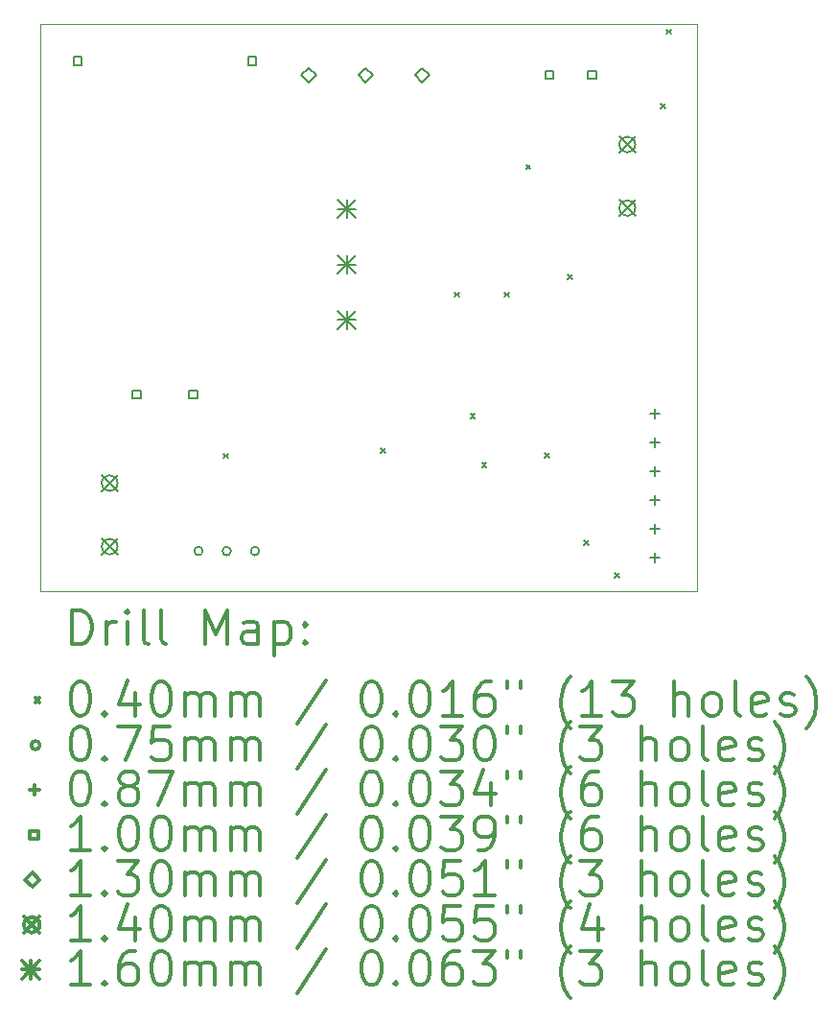
<source format=gbr>
%FSLAX45Y45*%
G04 Gerber Fmt 4.5, Leading zero omitted, Abs format (unit mm)*
G04 Created by KiCad (PCBNEW (5.1.5)-3) date 2020-09-11 10:44:50*
%MOMM*%
%LPD*%
G04 APERTURE LIST*
%TA.AperFunction,Profile*%
%ADD10C,0.050000*%
%TD*%
%ADD11C,0.200000*%
%ADD12C,0.300000*%
G04 APERTURE END LIST*
D10*
X1300000Y-1300000D02*
X1300000Y-6300000D01*
X7100000Y-1300000D02*
X7100000Y-6300000D01*
X1300000Y-6300000D02*
X7100000Y-6300000D01*
X1300000Y-1300000D02*
X7100000Y-1300000D01*
D11*
X2917510Y-5086670D02*
X2957510Y-5126670D01*
X2957510Y-5086670D02*
X2917510Y-5126670D01*
X4309430Y-5037140D02*
X4349430Y-5077140D01*
X4349430Y-5037140D02*
X4309430Y-5077140D01*
X4961448Y-3664524D02*
X5001448Y-3704524D01*
X5001448Y-3664524D02*
X4961448Y-3704524D01*
X5100640Y-4736150D02*
X5140640Y-4776150D01*
X5140640Y-4736150D02*
X5100640Y-4776150D01*
X5200970Y-5167950D02*
X5240970Y-5207950D01*
X5240970Y-5167950D02*
X5200970Y-5207950D01*
X5397820Y-3664524D02*
X5437820Y-3704524D01*
X5437820Y-3664524D02*
X5397820Y-3704524D01*
X5590352Y-2537272D02*
X5630352Y-2577272D01*
X5630352Y-2537272D02*
X5590352Y-2577272D01*
X5755960Y-5081590D02*
X5795960Y-5121590D01*
X5795960Y-5081590D02*
X5755960Y-5121590D01*
X5959160Y-3509076D02*
X5999160Y-3549076D01*
X5999160Y-3509076D02*
X5959160Y-3549076D01*
X6102670Y-5855020D02*
X6142670Y-5895020D01*
X6142670Y-5855020D02*
X6102670Y-5895020D01*
X6375720Y-6139500D02*
X6415720Y-6179500D01*
X6415720Y-6139500D02*
X6375720Y-6179500D01*
X6781104Y-1997776D02*
X6821104Y-2037776D01*
X6821104Y-1997776D02*
X6781104Y-2037776D01*
X6830380Y-1344488D02*
X6870380Y-1384488D01*
X6870380Y-1344488D02*
X6830380Y-1384488D01*
X2736430Y-5946320D02*
G75*
G03X2736430Y-5946320I-37500J0D01*
G01*
X2985430Y-5946320D02*
G75*
G03X2985430Y-5946320I-37500J0D01*
G01*
X3234430Y-5946320D02*
G75*
G03X3234430Y-5946320I-37500J0D01*
G01*
X6729730Y-4689790D02*
X6729730Y-4776790D01*
X6686230Y-4733290D02*
X6773230Y-4733290D01*
X6729730Y-4943790D02*
X6729730Y-5030790D01*
X6686230Y-4987290D02*
X6773230Y-4987290D01*
X6729730Y-5197790D02*
X6729730Y-5284790D01*
X6686230Y-5241290D02*
X6773230Y-5241290D01*
X6729730Y-5451790D02*
X6729730Y-5538790D01*
X6686230Y-5495290D02*
X6773230Y-5495290D01*
X6729730Y-5705790D02*
X6729730Y-5792790D01*
X6686230Y-5749290D02*
X6773230Y-5749290D01*
X6729730Y-5959790D02*
X6729730Y-6046790D01*
X6686230Y-6003290D02*
X6773230Y-6003290D01*
X1666736Y-1657196D02*
X1666736Y-1586484D01*
X1596024Y-1586484D01*
X1596024Y-1657196D01*
X1666736Y-1657196D01*
X2186736Y-4597196D02*
X2186736Y-4526484D01*
X2116024Y-4526484D01*
X2116024Y-4597196D01*
X2186736Y-4597196D01*
X2686736Y-4597196D02*
X2686736Y-4526484D01*
X2616024Y-4526484D01*
X2616024Y-4597196D01*
X2686736Y-4597196D01*
X3206736Y-1657196D02*
X3206736Y-1586484D01*
X3136024Y-1586484D01*
X3136024Y-1657196D01*
X3206736Y-1657196D01*
X5834176Y-1782876D02*
X5834176Y-1712164D01*
X5763464Y-1712164D01*
X5763464Y-1782876D01*
X5834176Y-1782876D01*
X6209176Y-1782876D02*
X6209176Y-1712164D01*
X6138464Y-1712164D01*
X6138464Y-1782876D01*
X6209176Y-1782876D01*
X3673820Y-1812520D02*
X3738820Y-1747520D01*
X3673820Y-1682520D01*
X3608820Y-1747520D01*
X3673820Y-1812520D01*
X4173820Y-1812520D02*
X4238820Y-1747520D01*
X4173820Y-1682520D01*
X4108820Y-1747520D01*
X4173820Y-1812520D01*
X4673820Y-1812520D02*
X4738820Y-1747520D01*
X4673820Y-1682520D01*
X4608820Y-1747520D01*
X4673820Y-1812520D01*
X1844780Y-5276960D02*
X1984780Y-5416960D01*
X1984780Y-5276960D02*
X1844780Y-5416960D01*
X1984780Y-5346960D02*
G75*
G03X1984780Y-5346960I-70000J0D01*
G01*
X1844780Y-5836960D02*
X1984780Y-5976960D01*
X1984780Y-5836960D02*
X1844780Y-5976960D01*
X1984780Y-5906960D02*
G75*
G03X1984780Y-5906960I-70000J0D01*
G01*
X6416272Y-2289920D02*
X6556272Y-2429920D01*
X6556272Y-2289920D02*
X6416272Y-2429920D01*
X6556272Y-2359920D02*
G75*
G03X6556272Y-2359920I-70000J0D01*
G01*
X6416272Y-2849920D02*
X6556272Y-2989920D01*
X6556272Y-2849920D02*
X6416272Y-2989920D01*
X6556272Y-2919920D02*
G75*
G03X6556272Y-2919920I-70000J0D01*
G01*
X3927720Y-2848270D02*
X4087720Y-3008270D01*
X4087720Y-2848270D02*
X3927720Y-3008270D01*
X4007720Y-2848270D02*
X4007720Y-3008270D01*
X3927720Y-2928270D02*
X4087720Y-2928270D01*
X3927720Y-3338270D02*
X4087720Y-3498270D01*
X4087720Y-3338270D02*
X3927720Y-3498270D01*
X4007720Y-3338270D02*
X4007720Y-3498270D01*
X3927720Y-3418270D02*
X4087720Y-3418270D01*
X3927720Y-3828270D02*
X4087720Y-3988270D01*
X4087720Y-3828270D02*
X3927720Y-3988270D01*
X4007720Y-3828270D02*
X4007720Y-3988270D01*
X3927720Y-3908270D02*
X4087720Y-3908270D01*
D12*
X1583928Y-6768214D02*
X1583928Y-6468214D01*
X1655357Y-6468214D01*
X1698214Y-6482500D01*
X1726786Y-6511071D01*
X1741071Y-6539643D01*
X1755357Y-6596786D01*
X1755357Y-6639643D01*
X1741071Y-6696786D01*
X1726786Y-6725357D01*
X1698214Y-6753929D01*
X1655357Y-6768214D01*
X1583928Y-6768214D01*
X1883928Y-6768214D02*
X1883928Y-6568214D01*
X1883928Y-6625357D02*
X1898214Y-6596786D01*
X1912500Y-6582500D01*
X1941071Y-6568214D01*
X1969643Y-6568214D01*
X2069643Y-6768214D02*
X2069643Y-6568214D01*
X2069643Y-6468214D02*
X2055357Y-6482500D01*
X2069643Y-6496786D01*
X2083928Y-6482500D01*
X2069643Y-6468214D01*
X2069643Y-6496786D01*
X2255357Y-6768214D02*
X2226786Y-6753929D01*
X2212500Y-6725357D01*
X2212500Y-6468214D01*
X2412500Y-6768214D02*
X2383928Y-6753929D01*
X2369643Y-6725357D01*
X2369643Y-6468214D01*
X2755357Y-6768214D02*
X2755357Y-6468214D01*
X2855357Y-6682500D01*
X2955357Y-6468214D01*
X2955357Y-6768214D01*
X3226786Y-6768214D02*
X3226786Y-6611071D01*
X3212500Y-6582500D01*
X3183928Y-6568214D01*
X3126786Y-6568214D01*
X3098214Y-6582500D01*
X3226786Y-6753929D02*
X3198214Y-6768214D01*
X3126786Y-6768214D01*
X3098214Y-6753929D01*
X3083928Y-6725357D01*
X3083928Y-6696786D01*
X3098214Y-6668214D01*
X3126786Y-6653929D01*
X3198214Y-6653929D01*
X3226786Y-6639643D01*
X3369643Y-6568214D02*
X3369643Y-6868214D01*
X3369643Y-6582500D02*
X3398214Y-6568214D01*
X3455357Y-6568214D01*
X3483928Y-6582500D01*
X3498214Y-6596786D01*
X3512500Y-6625357D01*
X3512500Y-6711071D01*
X3498214Y-6739643D01*
X3483928Y-6753929D01*
X3455357Y-6768214D01*
X3398214Y-6768214D01*
X3369643Y-6753929D01*
X3641071Y-6739643D02*
X3655357Y-6753929D01*
X3641071Y-6768214D01*
X3626786Y-6753929D01*
X3641071Y-6739643D01*
X3641071Y-6768214D01*
X3641071Y-6582500D02*
X3655357Y-6596786D01*
X3641071Y-6611071D01*
X3626786Y-6596786D01*
X3641071Y-6582500D01*
X3641071Y-6611071D01*
X1257500Y-7242500D02*
X1297500Y-7282500D01*
X1297500Y-7242500D02*
X1257500Y-7282500D01*
X1641071Y-7098214D02*
X1669643Y-7098214D01*
X1698214Y-7112500D01*
X1712500Y-7126786D01*
X1726786Y-7155357D01*
X1741071Y-7212500D01*
X1741071Y-7283929D01*
X1726786Y-7341071D01*
X1712500Y-7369643D01*
X1698214Y-7383929D01*
X1669643Y-7398214D01*
X1641071Y-7398214D01*
X1612500Y-7383929D01*
X1598214Y-7369643D01*
X1583928Y-7341071D01*
X1569643Y-7283929D01*
X1569643Y-7212500D01*
X1583928Y-7155357D01*
X1598214Y-7126786D01*
X1612500Y-7112500D01*
X1641071Y-7098214D01*
X1869643Y-7369643D02*
X1883928Y-7383929D01*
X1869643Y-7398214D01*
X1855357Y-7383929D01*
X1869643Y-7369643D01*
X1869643Y-7398214D01*
X2141071Y-7198214D02*
X2141071Y-7398214D01*
X2069643Y-7083929D02*
X1998214Y-7298214D01*
X2183928Y-7298214D01*
X2355357Y-7098214D02*
X2383928Y-7098214D01*
X2412500Y-7112500D01*
X2426786Y-7126786D01*
X2441071Y-7155357D01*
X2455357Y-7212500D01*
X2455357Y-7283929D01*
X2441071Y-7341071D01*
X2426786Y-7369643D01*
X2412500Y-7383929D01*
X2383928Y-7398214D01*
X2355357Y-7398214D01*
X2326786Y-7383929D01*
X2312500Y-7369643D01*
X2298214Y-7341071D01*
X2283928Y-7283929D01*
X2283928Y-7212500D01*
X2298214Y-7155357D01*
X2312500Y-7126786D01*
X2326786Y-7112500D01*
X2355357Y-7098214D01*
X2583928Y-7398214D02*
X2583928Y-7198214D01*
X2583928Y-7226786D02*
X2598214Y-7212500D01*
X2626786Y-7198214D01*
X2669643Y-7198214D01*
X2698214Y-7212500D01*
X2712500Y-7241071D01*
X2712500Y-7398214D01*
X2712500Y-7241071D02*
X2726786Y-7212500D01*
X2755357Y-7198214D01*
X2798214Y-7198214D01*
X2826786Y-7212500D01*
X2841071Y-7241071D01*
X2841071Y-7398214D01*
X2983928Y-7398214D02*
X2983928Y-7198214D01*
X2983928Y-7226786D02*
X2998214Y-7212500D01*
X3026786Y-7198214D01*
X3069643Y-7198214D01*
X3098214Y-7212500D01*
X3112500Y-7241071D01*
X3112500Y-7398214D01*
X3112500Y-7241071D02*
X3126786Y-7212500D01*
X3155357Y-7198214D01*
X3198214Y-7198214D01*
X3226786Y-7212500D01*
X3241071Y-7241071D01*
X3241071Y-7398214D01*
X3826786Y-7083929D02*
X3569643Y-7469643D01*
X4212500Y-7098214D02*
X4241071Y-7098214D01*
X4269643Y-7112500D01*
X4283928Y-7126786D01*
X4298214Y-7155357D01*
X4312500Y-7212500D01*
X4312500Y-7283929D01*
X4298214Y-7341071D01*
X4283928Y-7369643D01*
X4269643Y-7383929D01*
X4241071Y-7398214D01*
X4212500Y-7398214D01*
X4183928Y-7383929D01*
X4169643Y-7369643D01*
X4155357Y-7341071D01*
X4141071Y-7283929D01*
X4141071Y-7212500D01*
X4155357Y-7155357D01*
X4169643Y-7126786D01*
X4183928Y-7112500D01*
X4212500Y-7098214D01*
X4441071Y-7369643D02*
X4455357Y-7383929D01*
X4441071Y-7398214D01*
X4426786Y-7383929D01*
X4441071Y-7369643D01*
X4441071Y-7398214D01*
X4641071Y-7098214D02*
X4669643Y-7098214D01*
X4698214Y-7112500D01*
X4712500Y-7126786D01*
X4726786Y-7155357D01*
X4741071Y-7212500D01*
X4741071Y-7283929D01*
X4726786Y-7341071D01*
X4712500Y-7369643D01*
X4698214Y-7383929D01*
X4669643Y-7398214D01*
X4641071Y-7398214D01*
X4612500Y-7383929D01*
X4598214Y-7369643D01*
X4583928Y-7341071D01*
X4569643Y-7283929D01*
X4569643Y-7212500D01*
X4583928Y-7155357D01*
X4598214Y-7126786D01*
X4612500Y-7112500D01*
X4641071Y-7098214D01*
X5026786Y-7398214D02*
X4855357Y-7398214D01*
X4941071Y-7398214D02*
X4941071Y-7098214D01*
X4912500Y-7141071D01*
X4883928Y-7169643D01*
X4855357Y-7183929D01*
X5283928Y-7098214D02*
X5226786Y-7098214D01*
X5198214Y-7112500D01*
X5183928Y-7126786D01*
X5155357Y-7169643D01*
X5141071Y-7226786D01*
X5141071Y-7341071D01*
X5155357Y-7369643D01*
X5169643Y-7383929D01*
X5198214Y-7398214D01*
X5255357Y-7398214D01*
X5283928Y-7383929D01*
X5298214Y-7369643D01*
X5312500Y-7341071D01*
X5312500Y-7269643D01*
X5298214Y-7241071D01*
X5283928Y-7226786D01*
X5255357Y-7212500D01*
X5198214Y-7212500D01*
X5169643Y-7226786D01*
X5155357Y-7241071D01*
X5141071Y-7269643D01*
X5426786Y-7098214D02*
X5426786Y-7155357D01*
X5541071Y-7098214D02*
X5541071Y-7155357D01*
X5983928Y-7512500D02*
X5969643Y-7498214D01*
X5941071Y-7455357D01*
X5926786Y-7426786D01*
X5912500Y-7383929D01*
X5898214Y-7312500D01*
X5898214Y-7255357D01*
X5912500Y-7183929D01*
X5926786Y-7141071D01*
X5941071Y-7112500D01*
X5969643Y-7069643D01*
X5983928Y-7055357D01*
X6255357Y-7398214D02*
X6083928Y-7398214D01*
X6169643Y-7398214D02*
X6169643Y-7098214D01*
X6141071Y-7141071D01*
X6112500Y-7169643D01*
X6083928Y-7183929D01*
X6355357Y-7098214D02*
X6541071Y-7098214D01*
X6441071Y-7212500D01*
X6483928Y-7212500D01*
X6512500Y-7226786D01*
X6526786Y-7241071D01*
X6541071Y-7269643D01*
X6541071Y-7341071D01*
X6526786Y-7369643D01*
X6512500Y-7383929D01*
X6483928Y-7398214D01*
X6398214Y-7398214D01*
X6369643Y-7383929D01*
X6355357Y-7369643D01*
X6898214Y-7398214D02*
X6898214Y-7098214D01*
X7026786Y-7398214D02*
X7026786Y-7241071D01*
X7012500Y-7212500D01*
X6983928Y-7198214D01*
X6941071Y-7198214D01*
X6912500Y-7212500D01*
X6898214Y-7226786D01*
X7212500Y-7398214D02*
X7183928Y-7383929D01*
X7169643Y-7369643D01*
X7155357Y-7341071D01*
X7155357Y-7255357D01*
X7169643Y-7226786D01*
X7183928Y-7212500D01*
X7212500Y-7198214D01*
X7255357Y-7198214D01*
X7283928Y-7212500D01*
X7298214Y-7226786D01*
X7312500Y-7255357D01*
X7312500Y-7341071D01*
X7298214Y-7369643D01*
X7283928Y-7383929D01*
X7255357Y-7398214D01*
X7212500Y-7398214D01*
X7483928Y-7398214D02*
X7455357Y-7383929D01*
X7441071Y-7355357D01*
X7441071Y-7098214D01*
X7712500Y-7383929D02*
X7683928Y-7398214D01*
X7626786Y-7398214D01*
X7598214Y-7383929D01*
X7583928Y-7355357D01*
X7583928Y-7241071D01*
X7598214Y-7212500D01*
X7626786Y-7198214D01*
X7683928Y-7198214D01*
X7712500Y-7212500D01*
X7726786Y-7241071D01*
X7726786Y-7269643D01*
X7583928Y-7298214D01*
X7841071Y-7383929D02*
X7869643Y-7398214D01*
X7926786Y-7398214D01*
X7955357Y-7383929D01*
X7969643Y-7355357D01*
X7969643Y-7341071D01*
X7955357Y-7312500D01*
X7926786Y-7298214D01*
X7883928Y-7298214D01*
X7855357Y-7283929D01*
X7841071Y-7255357D01*
X7841071Y-7241071D01*
X7855357Y-7212500D01*
X7883928Y-7198214D01*
X7926786Y-7198214D01*
X7955357Y-7212500D01*
X8069643Y-7512500D02*
X8083928Y-7498214D01*
X8112500Y-7455357D01*
X8126786Y-7426786D01*
X8141071Y-7383929D01*
X8155357Y-7312500D01*
X8155357Y-7255357D01*
X8141071Y-7183929D01*
X8126786Y-7141071D01*
X8112500Y-7112500D01*
X8083928Y-7069643D01*
X8069643Y-7055357D01*
X1297500Y-7658500D02*
G75*
G03X1297500Y-7658500I-37500J0D01*
G01*
X1641071Y-7494214D02*
X1669643Y-7494214D01*
X1698214Y-7508500D01*
X1712500Y-7522786D01*
X1726786Y-7551357D01*
X1741071Y-7608500D01*
X1741071Y-7679929D01*
X1726786Y-7737071D01*
X1712500Y-7765643D01*
X1698214Y-7779929D01*
X1669643Y-7794214D01*
X1641071Y-7794214D01*
X1612500Y-7779929D01*
X1598214Y-7765643D01*
X1583928Y-7737071D01*
X1569643Y-7679929D01*
X1569643Y-7608500D01*
X1583928Y-7551357D01*
X1598214Y-7522786D01*
X1612500Y-7508500D01*
X1641071Y-7494214D01*
X1869643Y-7765643D02*
X1883928Y-7779929D01*
X1869643Y-7794214D01*
X1855357Y-7779929D01*
X1869643Y-7765643D01*
X1869643Y-7794214D01*
X1983928Y-7494214D02*
X2183928Y-7494214D01*
X2055357Y-7794214D01*
X2441071Y-7494214D02*
X2298214Y-7494214D01*
X2283928Y-7637071D01*
X2298214Y-7622786D01*
X2326786Y-7608500D01*
X2398214Y-7608500D01*
X2426786Y-7622786D01*
X2441071Y-7637071D01*
X2455357Y-7665643D01*
X2455357Y-7737071D01*
X2441071Y-7765643D01*
X2426786Y-7779929D01*
X2398214Y-7794214D01*
X2326786Y-7794214D01*
X2298214Y-7779929D01*
X2283928Y-7765643D01*
X2583928Y-7794214D02*
X2583928Y-7594214D01*
X2583928Y-7622786D02*
X2598214Y-7608500D01*
X2626786Y-7594214D01*
X2669643Y-7594214D01*
X2698214Y-7608500D01*
X2712500Y-7637071D01*
X2712500Y-7794214D01*
X2712500Y-7637071D02*
X2726786Y-7608500D01*
X2755357Y-7594214D01*
X2798214Y-7594214D01*
X2826786Y-7608500D01*
X2841071Y-7637071D01*
X2841071Y-7794214D01*
X2983928Y-7794214D02*
X2983928Y-7594214D01*
X2983928Y-7622786D02*
X2998214Y-7608500D01*
X3026786Y-7594214D01*
X3069643Y-7594214D01*
X3098214Y-7608500D01*
X3112500Y-7637071D01*
X3112500Y-7794214D01*
X3112500Y-7637071D02*
X3126786Y-7608500D01*
X3155357Y-7594214D01*
X3198214Y-7594214D01*
X3226786Y-7608500D01*
X3241071Y-7637071D01*
X3241071Y-7794214D01*
X3826786Y-7479929D02*
X3569643Y-7865643D01*
X4212500Y-7494214D02*
X4241071Y-7494214D01*
X4269643Y-7508500D01*
X4283928Y-7522786D01*
X4298214Y-7551357D01*
X4312500Y-7608500D01*
X4312500Y-7679929D01*
X4298214Y-7737071D01*
X4283928Y-7765643D01*
X4269643Y-7779929D01*
X4241071Y-7794214D01*
X4212500Y-7794214D01*
X4183928Y-7779929D01*
X4169643Y-7765643D01*
X4155357Y-7737071D01*
X4141071Y-7679929D01*
X4141071Y-7608500D01*
X4155357Y-7551357D01*
X4169643Y-7522786D01*
X4183928Y-7508500D01*
X4212500Y-7494214D01*
X4441071Y-7765643D02*
X4455357Y-7779929D01*
X4441071Y-7794214D01*
X4426786Y-7779929D01*
X4441071Y-7765643D01*
X4441071Y-7794214D01*
X4641071Y-7494214D02*
X4669643Y-7494214D01*
X4698214Y-7508500D01*
X4712500Y-7522786D01*
X4726786Y-7551357D01*
X4741071Y-7608500D01*
X4741071Y-7679929D01*
X4726786Y-7737071D01*
X4712500Y-7765643D01*
X4698214Y-7779929D01*
X4669643Y-7794214D01*
X4641071Y-7794214D01*
X4612500Y-7779929D01*
X4598214Y-7765643D01*
X4583928Y-7737071D01*
X4569643Y-7679929D01*
X4569643Y-7608500D01*
X4583928Y-7551357D01*
X4598214Y-7522786D01*
X4612500Y-7508500D01*
X4641071Y-7494214D01*
X4841071Y-7494214D02*
X5026786Y-7494214D01*
X4926786Y-7608500D01*
X4969643Y-7608500D01*
X4998214Y-7622786D01*
X5012500Y-7637071D01*
X5026786Y-7665643D01*
X5026786Y-7737071D01*
X5012500Y-7765643D01*
X4998214Y-7779929D01*
X4969643Y-7794214D01*
X4883928Y-7794214D01*
X4855357Y-7779929D01*
X4841071Y-7765643D01*
X5212500Y-7494214D02*
X5241071Y-7494214D01*
X5269643Y-7508500D01*
X5283928Y-7522786D01*
X5298214Y-7551357D01*
X5312500Y-7608500D01*
X5312500Y-7679929D01*
X5298214Y-7737071D01*
X5283928Y-7765643D01*
X5269643Y-7779929D01*
X5241071Y-7794214D01*
X5212500Y-7794214D01*
X5183928Y-7779929D01*
X5169643Y-7765643D01*
X5155357Y-7737071D01*
X5141071Y-7679929D01*
X5141071Y-7608500D01*
X5155357Y-7551357D01*
X5169643Y-7522786D01*
X5183928Y-7508500D01*
X5212500Y-7494214D01*
X5426786Y-7494214D02*
X5426786Y-7551357D01*
X5541071Y-7494214D02*
X5541071Y-7551357D01*
X5983928Y-7908500D02*
X5969643Y-7894214D01*
X5941071Y-7851357D01*
X5926786Y-7822786D01*
X5912500Y-7779929D01*
X5898214Y-7708500D01*
X5898214Y-7651357D01*
X5912500Y-7579929D01*
X5926786Y-7537071D01*
X5941071Y-7508500D01*
X5969643Y-7465643D01*
X5983928Y-7451357D01*
X6069643Y-7494214D02*
X6255357Y-7494214D01*
X6155357Y-7608500D01*
X6198214Y-7608500D01*
X6226786Y-7622786D01*
X6241071Y-7637071D01*
X6255357Y-7665643D01*
X6255357Y-7737071D01*
X6241071Y-7765643D01*
X6226786Y-7779929D01*
X6198214Y-7794214D01*
X6112500Y-7794214D01*
X6083928Y-7779929D01*
X6069643Y-7765643D01*
X6612500Y-7794214D02*
X6612500Y-7494214D01*
X6741071Y-7794214D02*
X6741071Y-7637071D01*
X6726786Y-7608500D01*
X6698214Y-7594214D01*
X6655357Y-7594214D01*
X6626786Y-7608500D01*
X6612500Y-7622786D01*
X6926786Y-7794214D02*
X6898214Y-7779929D01*
X6883928Y-7765643D01*
X6869643Y-7737071D01*
X6869643Y-7651357D01*
X6883928Y-7622786D01*
X6898214Y-7608500D01*
X6926786Y-7594214D01*
X6969643Y-7594214D01*
X6998214Y-7608500D01*
X7012500Y-7622786D01*
X7026786Y-7651357D01*
X7026786Y-7737071D01*
X7012500Y-7765643D01*
X6998214Y-7779929D01*
X6969643Y-7794214D01*
X6926786Y-7794214D01*
X7198214Y-7794214D02*
X7169643Y-7779929D01*
X7155357Y-7751357D01*
X7155357Y-7494214D01*
X7426786Y-7779929D02*
X7398214Y-7794214D01*
X7341071Y-7794214D01*
X7312500Y-7779929D01*
X7298214Y-7751357D01*
X7298214Y-7637071D01*
X7312500Y-7608500D01*
X7341071Y-7594214D01*
X7398214Y-7594214D01*
X7426786Y-7608500D01*
X7441071Y-7637071D01*
X7441071Y-7665643D01*
X7298214Y-7694214D01*
X7555357Y-7779929D02*
X7583928Y-7794214D01*
X7641071Y-7794214D01*
X7669643Y-7779929D01*
X7683928Y-7751357D01*
X7683928Y-7737071D01*
X7669643Y-7708500D01*
X7641071Y-7694214D01*
X7598214Y-7694214D01*
X7569643Y-7679929D01*
X7555357Y-7651357D01*
X7555357Y-7637071D01*
X7569643Y-7608500D01*
X7598214Y-7594214D01*
X7641071Y-7594214D01*
X7669643Y-7608500D01*
X7783928Y-7908500D02*
X7798214Y-7894214D01*
X7826786Y-7851357D01*
X7841071Y-7822786D01*
X7855357Y-7779929D01*
X7869643Y-7708500D01*
X7869643Y-7651357D01*
X7855357Y-7579929D01*
X7841071Y-7537071D01*
X7826786Y-7508500D01*
X7798214Y-7465643D01*
X7783928Y-7451357D01*
X1254000Y-8011000D02*
X1254000Y-8098000D01*
X1210500Y-8054500D02*
X1297500Y-8054500D01*
X1641071Y-7890214D02*
X1669643Y-7890214D01*
X1698214Y-7904500D01*
X1712500Y-7918786D01*
X1726786Y-7947357D01*
X1741071Y-8004500D01*
X1741071Y-8075929D01*
X1726786Y-8133071D01*
X1712500Y-8161643D01*
X1698214Y-8175929D01*
X1669643Y-8190214D01*
X1641071Y-8190214D01*
X1612500Y-8175929D01*
X1598214Y-8161643D01*
X1583928Y-8133071D01*
X1569643Y-8075929D01*
X1569643Y-8004500D01*
X1583928Y-7947357D01*
X1598214Y-7918786D01*
X1612500Y-7904500D01*
X1641071Y-7890214D01*
X1869643Y-8161643D02*
X1883928Y-8175929D01*
X1869643Y-8190214D01*
X1855357Y-8175929D01*
X1869643Y-8161643D01*
X1869643Y-8190214D01*
X2055357Y-8018786D02*
X2026786Y-8004500D01*
X2012500Y-7990214D01*
X1998214Y-7961643D01*
X1998214Y-7947357D01*
X2012500Y-7918786D01*
X2026786Y-7904500D01*
X2055357Y-7890214D01*
X2112500Y-7890214D01*
X2141071Y-7904500D01*
X2155357Y-7918786D01*
X2169643Y-7947357D01*
X2169643Y-7961643D01*
X2155357Y-7990214D01*
X2141071Y-8004500D01*
X2112500Y-8018786D01*
X2055357Y-8018786D01*
X2026786Y-8033071D01*
X2012500Y-8047357D01*
X1998214Y-8075929D01*
X1998214Y-8133071D01*
X2012500Y-8161643D01*
X2026786Y-8175929D01*
X2055357Y-8190214D01*
X2112500Y-8190214D01*
X2141071Y-8175929D01*
X2155357Y-8161643D01*
X2169643Y-8133071D01*
X2169643Y-8075929D01*
X2155357Y-8047357D01*
X2141071Y-8033071D01*
X2112500Y-8018786D01*
X2269643Y-7890214D02*
X2469643Y-7890214D01*
X2341071Y-8190214D01*
X2583928Y-8190214D02*
X2583928Y-7990214D01*
X2583928Y-8018786D02*
X2598214Y-8004500D01*
X2626786Y-7990214D01*
X2669643Y-7990214D01*
X2698214Y-8004500D01*
X2712500Y-8033071D01*
X2712500Y-8190214D01*
X2712500Y-8033071D02*
X2726786Y-8004500D01*
X2755357Y-7990214D01*
X2798214Y-7990214D01*
X2826786Y-8004500D01*
X2841071Y-8033071D01*
X2841071Y-8190214D01*
X2983928Y-8190214D02*
X2983928Y-7990214D01*
X2983928Y-8018786D02*
X2998214Y-8004500D01*
X3026786Y-7990214D01*
X3069643Y-7990214D01*
X3098214Y-8004500D01*
X3112500Y-8033071D01*
X3112500Y-8190214D01*
X3112500Y-8033071D02*
X3126786Y-8004500D01*
X3155357Y-7990214D01*
X3198214Y-7990214D01*
X3226786Y-8004500D01*
X3241071Y-8033071D01*
X3241071Y-8190214D01*
X3826786Y-7875929D02*
X3569643Y-8261643D01*
X4212500Y-7890214D02*
X4241071Y-7890214D01*
X4269643Y-7904500D01*
X4283928Y-7918786D01*
X4298214Y-7947357D01*
X4312500Y-8004500D01*
X4312500Y-8075929D01*
X4298214Y-8133071D01*
X4283928Y-8161643D01*
X4269643Y-8175929D01*
X4241071Y-8190214D01*
X4212500Y-8190214D01*
X4183928Y-8175929D01*
X4169643Y-8161643D01*
X4155357Y-8133071D01*
X4141071Y-8075929D01*
X4141071Y-8004500D01*
X4155357Y-7947357D01*
X4169643Y-7918786D01*
X4183928Y-7904500D01*
X4212500Y-7890214D01*
X4441071Y-8161643D02*
X4455357Y-8175929D01*
X4441071Y-8190214D01*
X4426786Y-8175929D01*
X4441071Y-8161643D01*
X4441071Y-8190214D01*
X4641071Y-7890214D02*
X4669643Y-7890214D01*
X4698214Y-7904500D01*
X4712500Y-7918786D01*
X4726786Y-7947357D01*
X4741071Y-8004500D01*
X4741071Y-8075929D01*
X4726786Y-8133071D01*
X4712500Y-8161643D01*
X4698214Y-8175929D01*
X4669643Y-8190214D01*
X4641071Y-8190214D01*
X4612500Y-8175929D01*
X4598214Y-8161643D01*
X4583928Y-8133071D01*
X4569643Y-8075929D01*
X4569643Y-8004500D01*
X4583928Y-7947357D01*
X4598214Y-7918786D01*
X4612500Y-7904500D01*
X4641071Y-7890214D01*
X4841071Y-7890214D02*
X5026786Y-7890214D01*
X4926786Y-8004500D01*
X4969643Y-8004500D01*
X4998214Y-8018786D01*
X5012500Y-8033071D01*
X5026786Y-8061643D01*
X5026786Y-8133071D01*
X5012500Y-8161643D01*
X4998214Y-8175929D01*
X4969643Y-8190214D01*
X4883928Y-8190214D01*
X4855357Y-8175929D01*
X4841071Y-8161643D01*
X5283928Y-7990214D02*
X5283928Y-8190214D01*
X5212500Y-7875929D02*
X5141071Y-8090214D01*
X5326786Y-8090214D01*
X5426786Y-7890214D02*
X5426786Y-7947357D01*
X5541071Y-7890214D02*
X5541071Y-7947357D01*
X5983928Y-8304500D02*
X5969643Y-8290214D01*
X5941071Y-8247357D01*
X5926786Y-8218786D01*
X5912500Y-8175929D01*
X5898214Y-8104500D01*
X5898214Y-8047357D01*
X5912500Y-7975929D01*
X5926786Y-7933071D01*
X5941071Y-7904500D01*
X5969643Y-7861643D01*
X5983928Y-7847357D01*
X6226786Y-7890214D02*
X6169643Y-7890214D01*
X6141071Y-7904500D01*
X6126786Y-7918786D01*
X6098214Y-7961643D01*
X6083928Y-8018786D01*
X6083928Y-8133071D01*
X6098214Y-8161643D01*
X6112500Y-8175929D01*
X6141071Y-8190214D01*
X6198214Y-8190214D01*
X6226786Y-8175929D01*
X6241071Y-8161643D01*
X6255357Y-8133071D01*
X6255357Y-8061643D01*
X6241071Y-8033071D01*
X6226786Y-8018786D01*
X6198214Y-8004500D01*
X6141071Y-8004500D01*
X6112500Y-8018786D01*
X6098214Y-8033071D01*
X6083928Y-8061643D01*
X6612500Y-8190214D02*
X6612500Y-7890214D01*
X6741071Y-8190214D02*
X6741071Y-8033071D01*
X6726786Y-8004500D01*
X6698214Y-7990214D01*
X6655357Y-7990214D01*
X6626786Y-8004500D01*
X6612500Y-8018786D01*
X6926786Y-8190214D02*
X6898214Y-8175929D01*
X6883928Y-8161643D01*
X6869643Y-8133071D01*
X6869643Y-8047357D01*
X6883928Y-8018786D01*
X6898214Y-8004500D01*
X6926786Y-7990214D01*
X6969643Y-7990214D01*
X6998214Y-8004500D01*
X7012500Y-8018786D01*
X7026786Y-8047357D01*
X7026786Y-8133071D01*
X7012500Y-8161643D01*
X6998214Y-8175929D01*
X6969643Y-8190214D01*
X6926786Y-8190214D01*
X7198214Y-8190214D02*
X7169643Y-8175929D01*
X7155357Y-8147357D01*
X7155357Y-7890214D01*
X7426786Y-8175929D02*
X7398214Y-8190214D01*
X7341071Y-8190214D01*
X7312500Y-8175929D01*
X7298214Y-8147357D01*
X7298214Y-8033071D01*
X7312500Y-8004500D01*
X7341071Y-7990214D01*
X7398214Y-7990214D01*
X7426786Y-8004500D01*
X7441071Y-8033071D01*
X7441071Y-8061643D01*
X7298214Y-8090214D01*
X7555357Y-8175929D02*
X7583928Y-8190214D01*
X7641071Y-8190214D01*
X7669643Y-8175929D01*
X7683928Y-8147357D01*
X7683928Y-8133071D01*
X7669643Y-8104500D01*
X7641071Y-8090214D01*
X7598214Y-8090214D01*
X7569643Y-8075929D01*
X7555357Y-8047357D01*
X7555357Y-8033071D01*
X7569643Y-8004500D01*
X7598214Y-7990214D01*
X7641071Y-7990214D01*
X7669643Y-8004500D01*
X7783928Y-8304500D02*
X7798214Y-8290214D01*
X7826786Y-8247357D01*
X7841071Y-8218786D01*
X7855357Y-8175929D01*
X7869643Y-8104500D01*
X7869643Y-8047357D01*
X7855357Y-7975929D01*
X7841071Y-7933071D01*
X7826786Y-7904500D01*
X7798214Y-7861643D01*
X7783928Y-7847357D01*
X1282856Y-8485856D02*
X1282856Y-8415144D01*
X1212144Y-8415144D01*
X1212144Y-8485856D01*
X1282856Y-8485856D01*
X1741071Y-8586214D02*
X1569643Y-8586214D01*
X1655357Y-8586214D02*
X1655357Y-8286214D01*
X1626786Y-8329071D01*
X1598214Y-8357643D01*
X1569643Y-8371929D01*
X1869643Y-8557643D02*
X1883928Y-8571929D01*
X1869643Y-8586214D01*
X1855357Y-8571929D01*
X1869643Y-8557643D01*
X1869643Y-8586214D01*
X2069643Y-8286214D02*
X2098214Y-8286214D01*
X2126786Y-8300500D01*
X2141071Y-8314786D01*
X2155357Y-8343357D01*
X2169643Y-8400500D01*
X2169643Y-8471929D01*
X2155357Y-8529072D01*
X2141071Y-8557643D01*
X2126786Y-8571929D01*
X2098214Y-8586214D01*
X2069643Y-8586214D01*
X2041071Y-8571929D01*
X2026786Y-8557643D01*
X2012500Y-8529072D01*
X1998214Y-8471929D01*
X1998214Y-8400500D01*
X2012500Y-8343357D01*
X2026786Y-8314786D01*
X2041071Y-8300500D01*
X2069643Y-8286214D01*
X2355357Y-8286214D02*
X2383928Y-8286214D01*
X2412500Y-8300500D01*
X2426786Y-8314786D01*
X2441071Y-8343357D01*
X2455357Y-8400500D01*
X2455357Y-8471929D01*
X2441071Y-8529072D01*
X2426786Y-8557643D01*
X2412500Y-8571929D01*
X2383928Y-8586214D01*
X2355357Y-8586214D01*
X2326786Y-8571929D01*
X2312500Y-8557643D01*
X2298214Y-8529072D01*
X2283928Y-8471929D01*
X2283928Y-8400500D01*
X2298214Y-8343357D01*
X2312500Y-8314786D01*
X2326786Y-8300500D01*
X2355357Y-8286214D01*
X2583928Y-8586214D02*
X2583928Y-8386214D01*
X2583928Y-8414786D02*
X2598214Y-8400500D01*
X2626786Y-8386214D01*
X2669643Y-8386214D01*
X2698214Y-8400500D01*
X2712500Y-8429072D01*
X2712500Y-8586214D01*
X2712500Y-8429072D02*
X2726786Y-8400500D01*
X2755357Y-8386214D01*
X2798214Y-8386214D01*
X2826786Y-8400500D01*
X2841071Y-8429072D01*
X2841071Y-8586214D01*
X2983928Y-8586214D02*
X2983928Y-8386214D01*
X2983928Y-8414786D02*
X2998214Y-8400500D01*
X3026786Y-8386214D01*
X3069643Y-8386214D01*
X3098214Y-8400500D01*
X3112500Y-8429072D01*
X3112500Y-8586214D01*
X3112500Y-8429072D02*
X3126786Y-8400500D01*
X3155357Y-8386214D01*
X3198214Y-8386214D01*
X3226786Y-8400500D01*
X3241071Y-8429072D01*
X3241071Y-8586214D01*
X3826786Y-8271929D02*
X3569643Y-8657643D01*
X4212500Y-8286214D02*
X4241071Y-8286214D01*
X4269643Y-8300500D01*
X4283928Y-8314786D01*
X4298214Y-8343357D01*
X4312500Y-8400500D01*
X4312500Y-8471929D01*
X4298214Y-8529072D01*
X4283928Y-8557643D01*
X4269643Y-8571929D01*
X4241071Y-8586214D01*
X4212500Y-8586214D01*
X4183928Y-8571929D01*
X4169643Y-8557643D01*
X4155357Y-8529072D01*
X4141071Y-8471929D01*
X4141071Y-8400500D01*
X4155357Y-8343357D01*
X4169643Y-8314786D01*
X4183928Y-8300500D01*
X4212500Y-8286214D01*
X4441071Y-8557643D02*
X4455357Y-8571929D01*
X4441071Y-8586214D01*
X4426786Y-8571929D01*
X4441071Y-8557643D01*
X4441071Y-8586214D01*
X4641071Y-8286214D02*
X4669643Y-8286214D01*
X4698214Y-8300500D01*
X4712500Y-8314786D01*
X4726786Y-8343357D01*
X4741071Y-8400500D01*
X4741071Y-8471929D01*
X4726786Y-8529072D01*
X4712500Y-8557643D01*
X4698214Y-8571929D01*
X4669643Y-8586214D01*
X4641071Y-8586214D01*
X4612500Y-8571929D01*
X4598214Y-8557643D01*
X4583928Y-8529072D01*
X4569643Y-8471929D01*
X4569643Y-8400500D01*
X4583928Y-8343357D01*
X4598214Y-8314786D01*
X4612500Y-8300500D01*
X4641071Y-8286214D01*
X4841071Y-8286214D02*
X5026786Y-8286214D01*
X4926786Y-8400500D01*
X4969643Y-8400500D01*
X4998214Y-8414786D01*
X5012500Y-8429072D01*
X5026786Y-8457643D01*
X5026786Y-8529072D01*
X5012500Y-8557643D01*
X4998214Y-8571929D01*
X4969643Y-8586214D01*
X4883928Y-8586214D01*
X4855357Y-8571929D01*
X4841071Y-8557643D01*
X5169643Y-8586214D02*
X5226786Y-8586214D01*
X5255357Y-8571929D01*
X5269643Y-8557643D01*
X5298214Y-8514786D01*
X5312500Y-8457643D01*
X5312500Y-8343357D01*
X5298214Y-8314786D01*
X5283928Y-8300500D01*
X5255357Y-8286214D01*
X5198214Y-8286214D01*
X5169643Y-8300500D01*
X5155357Y-8314786D01*
X5141071Y-8343357D01*
X5141071Y-8414786D01*
X5155357Y-8443357D01*
X5169643Y-8457643D01*
X5198214Y-8471929D01*
X5255357Y-8471929D01*
X5283928Y-8457643D01*
X5298214Y-8443357D01*
X5312500Y-8414786D01*
X5426786Y-8286214D02*
X5426786Y-8343357D01*
X5541071Y-8286214D02*
X5541071Y-8343357D01*
X5983928Y-8700500D02*
X5969643Y-8686214D01*
X5941071Y-8643357D01*
X5926786Y-8614786D01*
X5912500Y-8571929D01*
X5898214Y-8500500D01*
X5898214Y-8443357D01*
X5912500Y-8371929D01*
X5926786Y-8329071D01*
X5941071Y-8300500D01*
X5969643Y-8257643D01*
X5983928Y-8243357D01*
X6226786Y-8286214D02*
X6169643Y-8286214D01*
X6141071Y-8300500D01*
X6126786Y-8314786D01*
X6098214Y-8357643D01*
X6083928Y-8414786D01*
X6083928Y-8529072D01*
X6098214Y-8557643D01*
X6112500Y-8571929D01*
X6141071Y-8586214D01*
X6198214Y-8586214D01*
X6226786Y-8571929D01*
X6241071Y-8557643D01*
X6255357Y-8529072D01*
X6255357Y-8457643D01*
X6241071Y-8429072D01*
X6226786Y-8414786D01*
X6198214Y-8400500D01*
X6141071Y-8400500D01*
X6112500Y-8414786D01*
X6098214Y-8429072D01*
X6083928Y-8457643D01*
X6612500Y-8586214D02*
X6612500Y-8286214D01*
X6741071Y-8586214D02*
X6741071Y-8429072D01*
X6726786Y-8400500D01*
X6698214Y-8386214D01*
X6655357Y-8386214D01*
X6626786Y-8400500D01*
X6612500Y-8414786D01*
X6926786Y-8586214D02*
X6898214Y-8571929D01*
X6883928Y-8557643D01*
X6869643Y-8529072D01*
X6869643Y-8443357D01*
X6883928Y-8414786D01*
X6898214Y-8400500D01*
X6926786Y-8386214D01*
X6969643Y-8386214D01*
X6998214Y-8400500D01*
X7012500Y-8414786D01*
X7026786Y-8443357D01*
X7026786Y-8529072D01*
X7012500Y-8557643D01*
X6998214Y-8571929D01*
X6969643Y-8586214D01*
X6926786Y-8586214D01*
X7198214Y-8586214D02*
X7169643Y-8571929D01*
X7155357Y-8543357D01*
X7155357Y-8286214D01*
X7426786Y-8571929D02*
X7398214Y-8586214D01*
X7341071Y-8586214D01*
X7312500Y-8571929D01*
X7298214Y-8543357D01*
X7298214Y-8429072D01*
X7312500Y-8400500D01*
X7341071Y-8386214D01*
X7398214Y-8386214D01*
X7426786Y-8400500D01*
X7441071Y-8429072D01*
X7441071Y-8457643D01*
X7298214Y-8486214D01*
X7555357Y-8571929D02*
X7583928Y-8586214D01*
X7641071Y-8586214D01*
X7669643Y-8571929D01*
X7683928Y-8543357D01*
X7683928Y-8529072D01*
X7669643Y-8500500D01*
X7641071Y-8486214D01*
X7598214Y-8486214D01*
X7569643Y-8471929D01*
X7555357Y-8443357D01*
X7555357Y-8429072D01*
X7569643Y-8400500D01*
X7598214Y-8386214D01*
X7641071Y-8386214D01*
X7669643Y-8400500D01*
X7783928Y-8700500D02*
X7798214Y-8686214D01*
X7826786Y-8643357D01*
X7841071Y-8614786D01*
X7855357Y-8571929D01*
X7869643Y-8500500D01*
X7869643Y-8443357D01*
X7855357Y-8371929D01*
X7841071Y-8329071D01*
X7826786Y-8300500D01*
X7798214Y-8257643D01*
X7783928Y-8243357D01*
X1232500Y-8911500D02*
X1297500Y-8846500D01*
X1232500Y-8781500D01*
X1167500Y-8846500D01*
X1232500Y-8911500D01*
X1741071Y-8982214D02*
X1569643Y-8982214D01*
X1655357Y-8982214D02*
X1655357Y-8682214D01*
X1626786Y-8725072D01*
X1598214Y-8753643D01*
X1569643Y-8767929D01*
X1869643Y-8953643D02*
X1883928Y-8967929D01*
X1869643Y-8982214D01*
X1855357Y-8967929D01*
X1869643Y-8953643D01*
X1869643Y-8982214D01*
X1983928Y-8682214D02*
X2169643Y-8682214D01*
X2069643Y-8796500D01*
X2112500Y-8796500D01*
X2141071Y-8810786D01*
X2155357Y-8825072D01*
X2169643Y-8853643D01*
X2169643Y-8925072D01*
X2155357Y-8953643D01*
X2141071Y-8967929D01*
X2112500Y-8982214D01*
X2026786Y-8982214D01*
X1998214Y-8967929D01*
X1983928Y-8953643D01*
X2355357Y-8682214D02*
X2383928Y-8682214D01*
X2412500Y-8696500D01*
X2426786Y-8710786D01*
X2441071Y-8739357D01*
X2455357Y-8796500D01*
X2455357Y-8867929D01*
X2441071Y-8925072D01*
X2426786Y-8953643D01*
X2412500Y-8967929D01*
X2383928Y-8982214D01*
X2355357Y-8982214D01*
X2326786Y-8967929D01*
X2312500Y-8953643D01*
X2298214Y-8925072D01*
X2283928Y-8867929D01*
X2283928Y-8796500D01*
X2298214Y-8739357D01*
X2312500Y-8710786D01*
X2326786Y-8696500D01*
X2355357Y-8682214D01*
X2583928Y-8982214D02*
X2583928Y-8782214D01*
X2583928Y-8810786D02*
X2598214Y-8796500D01*
X2626786Y-8782214D01*
X2669643Y-8782214D01*
X2698214Y-8796500D01*
X2712500Y-8825072D01*
X2712500Y-8982214D01*
X2712500Y-8825072D02*
X2726786Y-8796500D01*
X2755357Y-8782214D01*
X2798214Y-8782214D01*
X2826786Y-8796500D01*
X2841071Y-8825072D01*
X2841071Y-8982214D01*
X2983928Y-8982214D02*
X2983928Y-8782214D01*
X2983928Y-8810786D02*
X2998214Y-8796500D01*
X3026786Y-8782214D01*
X3069643Y-8782214D01*
X3098214Y-8796500D01*
X3112500Y-8825072D01*
X3112500Y-8982214D01*
X3112500Y-8825072D02*
X3126786Y-8796500D01*
X3155357Y-8782214D01*
X3198214Y-8782214D01*
X3226786Y-8796500D01*
X3241071Y-8825072D01*
X3241071Y-8982214D01*
X3826786Y-8667929D02*
X3569643Y-9053643D01*
X4212500Y-8682214D02*
X4241071Y-8682214D01*
X4269643Y-8696500D01*
X4283928Y-8710786D01*
X4298214Y-8739357D01*
X4312500Y-8796500D01*
X4312500Y-8867929D01*
X4298214Y-8925072D01*
X4283928Y-8953643D01*
X4269643Y-8967929D01*
X4241071Y-8982214D01*
X4212500Y-8982214D01*
X4183928Y-8967929D01*
X4169643Y-8953643D01*
X4155357Y-8925072D01*
X4141071Y-8867929D01*
X4141071Y-8796500D01*
X4155357Y-8739357D01*
X4169643Y-8710786D01*
X4183928Y-8696500D01*
X4212500Y-8682214D01*
X4441071Y-8953643D02*
X4455357Y-8967929D01*
X4441071Y-8982214D01*
X4426786Y-8967929D01*
X4441071Y-8953643D01*
X4441071Y-8982214D01*
X4641071Y-8682214D02*
X4669643Y-8682214D01*
X4698214Y-8696500D01*
X4712500Y-8710786D01*
X4726786Y-8739357D01*
X4741071Y-8796500D01*
X4741071Y-8867929D01*
X4726786Y-8925072D01*
X4712500Y-8953643D01*
X4698214Y-8967929D01*
X4669643Y-8982214D01*
X4641071Y-8982214D01*
X4612500Y-8967929D01*
X4598214Y-8953643D01*
X4583928Y-8925072D01*
X4569643Y-8867929D01*
X4569643Y-8796500D01*
X4583928Y-8739357D01*
X4598214Y-8710786D01*
X4612500Y-8696500D01*
X4641071Y-8682214D01*
X5012500Y-8682214D02*
X4869643Y-8682214D01*
X4855357Y-8825072D01*
X4869643Y-8810786D01*
X4898214Y-8796500D01*
X4969643Y-8796500D01*
X4998214Y-8810786D01*
X5012500Y-8825072D01*
X5026786Y-8853643D01*
X5026786Y-8925072D01*
X5012500Y-8953643D01*
X4998214Y-8967929D01*
X4969643Y-8982214D01*
X4898214Y-8982214D01*
X4869643Y-8967929D01*
X4855357Y-8953643D01*
X5312500Y-8982214D02*
X5141071Y-8982214D01*
X5226786Y-8982214D02*
X5226786Y-8682214D01*
X5198214Y-8725072D01*
X5169643Y-8753643D01*
X5141071Y-8767929D01*
X5426786Y-8682214D02*
X5426786Y-8739357D01*
X5541071Y-8682214D02*
X5541071Y-8739357D01*
X5983928Y-9096500D02*
X5969643Y-9082214D01*
X5941071Y-9039357D01*
X5926786Y-9010786D01*
X5912500Y-8967929D01*
X5898214Y-8896500D01*
X5898214Y-8839357D01*
X5912500Y-8767929D01*
X5926786Y-8725072D01*
X5941071Y-8696500D01*
X5969643Y-8653643D01*
X5983928Y-8639357D01*
X6069643Y-8682214D02*
X6255357Y-8682214D01*
X6155357Y-8796500D01*
X6198214Y-8796500D01*
X6226786Y-8810786D01*
X6241071Y-8825072D01*
X6255357Y-8853643D01*
X6255357Y-8925072D01*
X6241071Y-8953643D01*
X6226786Y-8967929D01*
X6198214Y-8982214D01*
X6112500Y-8982214D01*
X6083928Y-8967929D01*
X6069643Y-8953643D01*
X6612500Y-8982214D02*
X6612500Y-8682214D01*
X6741071Y-8982214D02*
X6741071Y-8825072D01*
X6726786Y-8796500D01*
X6698214Y-8782214D01*
X6655357Y-8782214D01*
X6626786Y-8796500D01*
X6612500Y-8810786D01*
X6926786Y-8982214D02*
X6898214Y-8967929D01*
X6883928Y-8953643D01*
X6869643Y-8925072D01*
X6869643Y-8839357D01*
X6883928Y-8810786D01*
X6898214Y-8796500D01*
X6926786Y-8782214D01*
X6969643Y-8782214D01*
X6998214Y-8796500D01*
X7012500Y-8810786D01*
X7026786Y-8839357D01*
X7026786Y-8925072D01*
X7012500Y-8953643D01*
X6998214Y-8967929D01*
X6969643Y-8982214D01*
X6926786Y-8982214D01*
X7198214Y-8982214D02*
X7169643Y-8967929D01*
X7155357Y-8939357D01*
X7155357Y-8682214D01*
X7426786Y-8967929D02*
X7398214Y-8982214D01*
X7341071Y-8982214D01*
X7312500Y-8967929D01*
X7298214Y-8939357D01*
X7298214Y-8825072D01*
X7312500Y-8796500D01*
X7341071Y-8782214D01*
X7398214Y-8782214D01*
X7426786Y-8796500D01*
X7441071Y-8825072D01*
X7441071Y-8853643D01*
X7298214Y-8882214D01*
X7555357Y-8967929D02*
X7583928Y-8982214D01*
X7641071Y-8982214D01*
X7669643Y-8967929D01*
X7683928Y-8939357D01*
X7683928Y-8925072D01*
X7669643Y-8896500D01*
X7641071Y-8882214D01*
X7598214Y-8882214D01*
X7569643Y-8867929D01*
X7555357Y-8839357D01*
X7555357Y-8825072D01*
X7569643Y-8796500D01*
X7598214Y-8782214D01*
X7641071Y-8782214D01*
X7669643Y-8796500D01*
X7783928Y-9096500D02*
X7798214Y-9082214D01*
X7826786Y-9039357D01*
X7841071Y-9010786D01*
X7855357Y-8967929D01*
X7869643Y-8896500D01*
X7869643Y-8839357D01*
X7855357Y-8767929D01*
X7841071Y-8725072D01*
X7826786Y-8696500D01*
X7798214Y-8653643D01*
X7783928Y-8639357D01*
X1157500Y-9172500D02*
X1297500Y-9312500D01*
X1297500Y-9172500D02*
X1157500Y-9312500D01*
X1297500Y-9242500D02*
G75*
G03X1297500Y-9242500I-70000J0D01*
G01*
X1741071Y-9378214D02*
X1569643Y-9378214D01*
X1655357Y-9378214D02*
X1655357Y-9078214D01*
X1626786Y-9121072D01*
X1598214Y-9149643D01*
X1569643Y-9163929D01*
X1869643Y-9349643D02*
X1883928Y-9363929D01*
X1869643Y-9378214D01*
X1855357Y-9363929D01*
X1869643Y-9349643D01*
X1869643Y-9378214D01*
X2141071Y-9178214D02*
X2141071Y-9378214D01*
X2069643Y-9063929D02*
X1998214Y-9278214D01*
X2183928Y-9278214D01*
X2355357Y-9078214D02*
X2383928Y-9078214D01*
X2412500Y-9092500D01*
X2426786Y-9106786D01*
X2441071Y-9135357D01*
X2455357Y-9192500D01*
X2455357Y-9263929D01*
X2441071Y-9321072D01*
X2426786Y-9349643D01*
X2412500Y-9363929D01*
X2383928Y-9378214D01*
X2355357Y-9378214D01*
X2326786Y-9363929D01*
X2312500Y-9349643D01*
X2298214Y-9321072D01*
X2283928Y-9263929D01*
X2283928Y-9192500D01*
X2298214Y-9135357D01*
X2312500Y-9106786D01*
X2326786Y-9092500D01*
X2355357Y-9078214D01*
X2583928Y-9378214D02*
X2583928Y-9178214D01*
X2583928Y-9206786D02*
X2598214Y-9192500D01*
X2626786Y-9178214D01*
X2669643Y-9178214D01*
X2698214Y-9192500D01*
X2712500Y-9221072D01*
X2712500Y-9378214D01*
X2712500Y-9221072D02*
X2726786Y-9192500D01*
X2755357Y-9178214D01*
X2798214Y-9178214D01*
X2826786Y-9192500D01*
X2841071Y-9221072D01*
X2841071Y-9378214D01*
X2983928Y-9378214D02*
X2983928Y-9178214D01*
X2983928Y-9206786D02*
X2998214Y-9192500D01*
X3026786Y-9178214D01*
X3069643Y-9178214D01*
X3098214Y-9192500D01*
X3112500Y-9221072D01*
X3112500Y-9378214D01*
X3112500Y-9221072D02*
X3126786Y-9192500D01*
X3155357Y-9178214D01*
X3198214Y-9178214D01*
X3226786Y-9192500D01*
X3241071Y-9221072D01*
X3241071Y-9378214D01*
X3826786Y-9063929D02*
X3569643Y-9449643D01*
X4212500Y-9078214D02*
X4241071Y-9078214D01*
X4269643Y-9092500D01*
X4283928Y-9106786D01*
X4298214Y-9135357D01*
X4312500Y-9192500D01*
X4312500Y-9263929D01*
X4298214Y-9321072D01*
X4283928Y-9349643D01*
X4269643Y-9363929D01*
X4241071Y-9378214D01*
X4212500Y-9378214D01*
X4183928Y-9363929D01*
X4169643Y-9349643D01*
X4155357Y-9321072D01*
X4141071Y-9263929D01*
X4141071Y-9192500D01*
X4155357Y-9135357D01*
X4169643Y-9106786D01*
X4183928Y-9092500D01*
X4212500Y-9078214D01*
X4441071Y-9349643D02*
X4455357Y-9363929D01*
X4441071Y-9378214D01*
X4426786Y-9363929D01*
X4441071Y-9349643D01*
X4441071Y-9378214D01*
X4641071Y-9078214D02*
X4669643Y-9078214D01*
X4698214Y-9092500D01*
X4712500Y-9106786D01*
X4726786Y-9135357D01*
X4741071Y-9192500D01*
X4741071Y-9263929D01*
X4726786Y-9321072D01*
X4712500Y-9349643D01*
X4698214Y-9363929D01*
X4669643Y-9378214D01*
X4641071Y-9378214D01*
X4612500Y-9363929D01*
X4598214Y-9349643D01*
X4583928Y-9321072D01*
X4569643Y-9263929D01*
X4569643Y-9192500D01*
X4583928Y-9135357D01*
X4598214Y-9106786D01*
X4612500Y-9092500D01*
X4641071Y-9078214D01*
X5012500Y-9078214D02*
X4869643Y-9078214D01*
X4855357Y-9221072D01*
X4869643Y-9206786D01*
X4898214Y-9192500D01*
X4969643Y-9192500D01*
X4998214Y-9206786D01*
X5012500Y-9221072D01*
X5026786Y-9249643D01*
X5026786Y-9321072D01*
X5012500Y-9349643D01*
X4998214Y-9363929D01*
X4969643Y-9378214D01*
X4898214Y-9378214D01*
X4869643Y-9363929D01*
X4855357Y-9349643D01*
X5298214Y-9078214D02*
X5155357Y-9078214D01*
X5141071Y-9221072D01*
X5155357Y-9206786D01*
X5183928Y-9192500D01*
X5255357Y-9192500D01*
X5283928Y-9206786D01*
X5298214Y-9221072D01*
X5312500Y-9249643D01*
X5312500Y-9321072D01*
X5298214Y-9349643D01*
X5283928Y-9363929D01*
X5255357Y-9378214D01*
X5183928Y-9378214D01*
X5155357Y-9363929D01*
X5141071Y-9349643D01*
X5426786Y-9078214D02*
X5426786Y-9135357D01*
X5541071Y-9078214D02*
X5541071Y-9135357D01*
X5983928Y-9492500D02*
X5969643Y-9478214D01*
X5941071Y-9435357D01*
X5926786Y-9406786D01*
X5912500Y-9363929D01*
X5898214Y-9292500D01*
X5898214Y-9235357D01*
X5912500Y-9163929D01*
X5926786Y-9121072D01*
X5941071Y-9092500D01*
X5969643Y-9049643D01*
X5983928Y-9035357D01*
X6226786Y-9178214D02*
X6226786Y-9378214D01*
X6155357Y-9063929D02*
X6083928Y-9278214D01*
X6269643Y-9278214D01*
X6612500Y-9378214D02*
X6612500Y-9078214D01*
X6741071Y-9378214D02*
X6741071Y-9221072D01*
X6726786Y-9192500D01*
X6698214Y-9178214D01*
X6655357Y-9178214D01*
X6626786Y-9192500D01*
X6612500Y-9206786D01*
X6926786Y-9378214D02*
X6898214Y-9363929D01*
X6883928Y-9349643D01*
X6869643Y-9321072D01*
X6869643Y-9235357D01*
X6883928Y-9206786D01*
X6898214Y-9192500D01*
X6926786Y-9178214D01*
X6969643Y-9178214D01*
X6998214Y-9192500D01*
X7012500Y-9206786D01*
X7026786Y-9235357D01*
X7026786Y-9321072D01*
X7012500Y-9349643D01*
X6998214Y-9363929D01*
X6969643Y-9378214D01*
X6926786Y-9378214D01*
X7198214Y-9378214D02*
X7169643Y-9363929D01*
X7155357Y-9335357D01*
X7155357Y-9078214D01*
X7426786Y-9363929D02*
X7398214Y-9378214D01*
X7341071Y-9378214D01*
X7312500Y-9363929D01*
X7298214Y-9335357D01*
X7298214Y-9221072D01*
X7312500Y-9192500D01*
X7341071Y-9178214D01*
X7398214Y-9178214D01*
X7426786Y-9192500D01*
X7441071Y-9221072D01*
X7441071Y-9249643D01*
X7298214Y-9278214D01*
X7555357Y-9363929D02*
X7583928Y-9378214D01*
X7641071Y-9378214D01*
X7669643Y-9363929D01*
X7683928Y-9335357D01*
X7683928Y-9321072D01*
X7669643Y-9292500D01*
X7641071Y-9278214D01*
X7598214Y-9278214D01*
X7569643Y-9263929D01*
X7555357Y-9235357D01*
X7555357Y-9221072D01*
X7569643Y-9192500D01*
X7598214Y-9178214D01*
X7641071Y-9178214D01*
X7669643Y-9192500D01*
X7783928Y-9492500D02*
X7798214Y-9478214D01*
X7826786Y-9435357D01*
X7841071Y-9406786D01*
X7855357Y-9363929D01*
X7869643Y-9292500D01*
X7869643Y-9235357D01*
X7855357Y-9163929D01*
X7841071Y-9121072D01*
X7826786Y-9092500D01*
X7798214Y-9049643D01*
X7783928Y-9035357D01*
X1137500Y-9558500D02*
X1297500Y-9718500D01*
X1297500Y-9558500D02*
X1137500Y-9718500D01*
X1217500Y-9558500D02*
X1217500Y-9718500D01*
X1137500Y-9638500D02*
X1297500Y-9638500D01*
X1741071Y-9774214D02*
X1569643Y-9774214D01*
X1655357Y-9774214D02*
X1655357Y-9474214D01*
X1626786Y-9517072D01*
X1598214Y-9545643D01*
X1569643Y-9559929D01*
X1869643Y-9745643D02*
X1883928Y-9759929D01*
X1869643Y-9774214D01*
X1855357Y-9759929D01*
X1869643Y-9745643D01*
X1869643Y-9774214D01*
X2141071Y-9474214D02*
X2083928Y-9474214D01*
X2055357Y-9488500D01*
X2041071Y-9502786D01*
X2012500Y-9545643D01*
X1998214Y-9602786D01*
X1998214Y-9717072D01*
X2012500Y-9745643D01*
X2026786Y-9759929D01*
X2055357Y-9774214D01*
X2112500Y-9774214D01*
X2141071Y-9759929D01*
X2155357Y-9745643D01*
X2169643Y-9717072D01*
X2169643Y-9645643D01*
X2155357Y-9617072D01*
X2141071Y-9602786D01*
X2112500Y-9588500D01*
X2055357Y-9588500D01*
X2026786Y-9602786D01*
X2012500Y-9617072D01*
X1998214Y-9645643D01*
X2355357Y-9474214D02*
X2383928Y-9474214D01*
X2412500Y-9488500D01*
X2426786Y-9502786D01*
X2441071Y-9531357D01*
X2455357Y-9588500D01*
X2455357Y-9659929D01*
X2441071Y-9717072D01*
X2426786Y-9745643D01*
X2412500Y-9759929D01*
X2383928Y-9774214D01*
X2355357Y-9774214D01*
X2326786Y-9759929D01*
X2312500Y-9745643D01*
X2298214Y-9717072D01*
X2283928Y-9659929D01*
X2283928Y-9588500D01*
X2298214Y-9531357D01*
X2312500Y-9502786D01*
X2326786Y-9488500D01*
X2355357Y-9474214D01*
X2583928Y-9774214D02*
X2583928Y-9574214D01*
X2583928Y-9602786D02*
X2598214Y-9588500D01*
X2626786Y-9574214D01*
X2669643Y-9574214D01*
X2698214Y-9588500D01*
X2712500Y-9617072D01*
X2712500Y-9774214D01*
X2712500Y-9617072D02*
X2726786Y-9588500D01*
X2755357Y-9574214D01*
X2798214Y-9574214D01*
X2826786Y-9588500D01*
X2841071Y-9617072D01*
X2841071Y-9774214D01*
X2983928Y-9774214D02*
X2983928Y-9574214D01*
X2983928Y-9602786D02*
X2998214Y-9588500D01*
X3026786Y-9574214D01*
X3069643Y-9574214D01*
X3098214Y-9588500D01*
X3112500Y-9617072D01*
X3112500Y-9774214D01*
X3112500Y-9617072D02*
X3126786Y-9588500D01*
X3155357Y-9574214D01*
X3198214Y-9574214D01*
X3226786Y-9588500D01*
X3241071Y-9617072D01*
X3241071Y-9774214D01*
X3826786Y-9459929D02*
X3569643Y-9845643D01*
X4212500Y-9474214D02*
X4241071Y-9474214D01*
X4269643Y-9488500D01*
X4283928Y-9502786D01*
X4298214Y-9531357D01*
X4312500Y-9588500D01*
X4312500Y-9659929D01*
X4298214Y-9717072D01*
X4283928Y-9745643D01*
X4269643Y-9759929D01*
X4241071Y-9774214D01*
X4212500Y-9774214D01*
X4183928Y-9759929D01*
X4169643Y-9745643D01*
X4155357Y-9717072D01*
X4141071Y-9659929D01*
X4141071Y-9588500D01*
X4155357Y-9531357D01*
X4169643Y-9502786D01*
X4183928Y-9488500D01*
X4212500Y-9474214D01*
X4441071Y-9745643D02*
X4455357Y-9759929D01*
X4441071Y-9774214D01*
X4426786Y-9759929D01*
X4441071Y-9745643D01*
X4441071Y-9774214D01*
X4641071Y-9474214D02*
X4669643Y-9474214D01*
X4698214Y-9488500D01*
X4712500Y-9502786D01*
X4726786Y-9531357D01*
X4741071Y-9588500D01*
X4741071Y-9659929D01*
X4726786Y-9717072D01*
X4712500Y-9745643D01*
X4698214Y-9759929D01*
X4669643Y-9774214D01*
X4641071Y-9774214D01*
X4612500Y-9759929D01*
X4598214Y-9745643D01*
X4583928Y-9717072D01*
X4569643Y-9659929D01*
X4569643Y-9588500D01*
X4583928Y-9531357D01*
X4598214Y-9502786D01*
X4612500Y-9488500D01*
X4641071Y-9474214D01*
X4998214Y-9474214D02*
X4941071Y-9474214D01*
X4912500Y-9488500D01*
X4898214Y-9502786D01*
X4869643Y-9545643D01*
X4855357Y-9602786D01*
X4855357Y-9717072D01*
X4869643Y-9745643D01*
X4883928Y-9759929D01*
X4912500Y-9774214D01*
X4969643Y-9774214D01*
X4998214Y-9759929D01*
X5012500Y-9745643D01*
X5026786Y-9717072D01*
X5026786Y-9645643D01*
X5012500Y-9617072D01*
X4998214Y-9602786D01*
X4969643Y-9588500D01*
X4912500Y-9588500D01*
X4883928Y-9602786D01*
X4869643Y-9617072D01*
X4855357Y-9645643D01*
X5126786Y-9474214D02*
X5312500Y-9474214D01*
X5212500Y-9588500D01*
X5255357Y-9588500D01*
X5283928Y-9602786D01*
X5298214Y-9617072D01*
X5312500Y-9645643D01*
X5312500Y-9717072D01*
X5298214Y-9745643D01*
X5283928Y-9759929D01*
X5255357Y-9774214D01*
X5169643Y-9774214D01*
X5141071Y-9759929D01*
X5126786Y-9745643D01*
X5426786Y-9474214D02*
X5426786Y-9531357D01*
X5541071Y-9474214D02*
X5541071Y-9531357D01*
X5983928Y-9888500D02*
X5969643Y-9874214D01*
X5941071Y-9831357D01*
X5926786Y-9802786D01*
X5912500Y-9759929D01*
X5898214Y-9688500D01*
X5898214Y-9631357D01*
X5912500Y-9559929D01*
X5926786Y-9517072D01*
X5941071Y-9488500D01*
X5969643Y-9445643D01*
X5983928Y-9431357D01*
X6069643Y-9474214D02*
X6255357Y-9474214D01*
X6155357Y-9588500D01*
X6198214Y-9588500D01*
X6226786Y-9602786D01*
X6241071Y-9617072D01*
X6255357Y-9645643D01*
X6255357Y-9717072D01*
X6241071Y-9745643D01*
X6226786Y-9759929D01*
X6198214Y-9774214D01*
X6112500Y-9774214D01*
X6083928Y-9759929D01*
X6069643Y-9745643D01*
X6612500Y-9774214D02*
X6612500Y-9474214D01*
X6741071Y-9774214D02*
X6741071Y-9617072D01*
X6726786Y-9588500D01*
X6698214Y-9574214D01*
X6655357Y-9574214D01*
X6626786Y-9588500D01*
X6612500Y-9602786D01*
X6926786Y-9774214D02*
X6898214Y-9759929D01*
X6883928Y-9745643D01*
X6869643Y-9717072D01*
X6869643Y-9631357D01*
X6883928Y-9602786D01*
X6898214Y-9588500D01*
X6926786Y-9574214D01*
X6969643Y-9574214D01*
X6998214Y-9588500D01*
X7012500Y-9602786D01*
X7026786Y-9631357D01*
X7026786Y-9717072D01*
X7012500Y-9745643D01*
X6998214Y-9759929D01*
X6969643Y-9774214D01*
X6926786Y-9774214D01*
X7198214Y-9774214D02*
X7169643Y-9759929D01*
X7155357Y-9731357D01*
X7155357Y-9474214D01*
X7426786Y-9759929D02*
X7398214Y-9774214D01*
X7341071Y-9774214D01*
X7312500Y-9759929D01*
X7298214Y-9731357D01*
X7298214Y-9617072D01*
X7312500Y-9588500D01*
X7341071Y-9574214D01*
X7398214Y-9574214D01*
X7426786Y-9588500D01*
X7441071Y-9617072D01*
X7441071Y-9645643D01*
X7298214Y-9674214D01*
X7555357Y-9759929D02*
X7583928Y-9774214D01*
X7641071Y-9774214D01*
X7669643Y-9759929D01*
X7683928Y-9731357D01*
X7683928Y-9717072D01*
X7669643Y-9688500D01*
X7641071Y-9674214D01*
X7598214Y-9674214D01*
X7569643Y-9659929D01*
X7555357Y-9631357D01*
X7555357Y-9617072D01*
X7569643Y-9588500D01*
X7598214Y-9574214D01*
X7641071Y-9574214D01*
X7669643Y-9588500D01*
X7783928Y-9888500D02*
X7798214Y-9874214D01*
X7826786Y-9831357D01*
X7841071Y-9802786D01*
X7855357Y-9759929D01*
X7869643Y-9688500D01*
X7869643Y-9631357D01*
X7855357Y-9559929D01*
X7841071Y-9517072D01*
X7826786Y-9488500D01*
X7798214Y-9445643D01*
X7783928Y-9431357D01*
M02*

</source>
